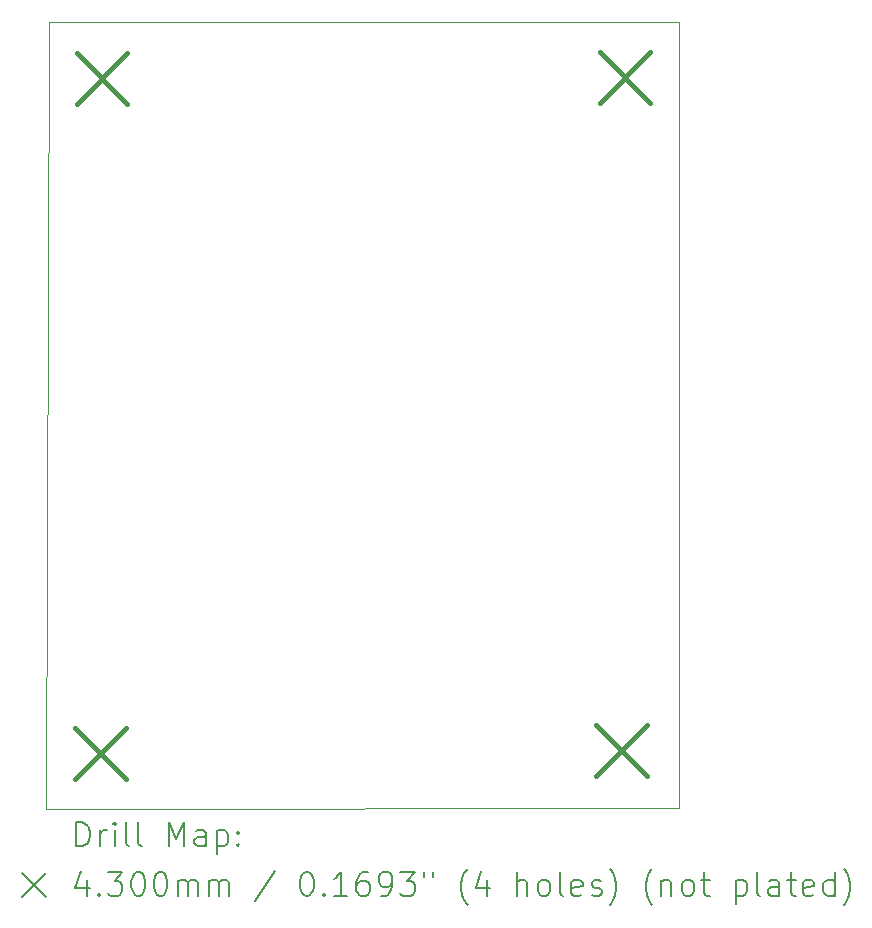
<source format=gbr>
%TF.GenerationSoftware,KiCad,Pcbnew,7.0.10*%
%TF.CreationDate,2024-05-28T16:21:34+05:30*%
%TF.ProjectId,pro1,70726f31-2e6b-4696-9361-645f70636258,rev?*%
%TF.SameCoordinates,Original*%
%TF.FileFunction,Drillmap*%
%TF.FilePolarity,Positive*%
%FSLAX45Y45*%
G04 Gerber Fmt 4.5, Leading zero omitted, Abs format (unit mm)*
G04 Created by KiCad (PCBNEW 7.0.10) date 2024-05-28 16:21:34*
%MOMM*%
%LPD*%
G01*
G04 APERTURE LIST*
%ADD10C,0.100000*%
%ADD11C,0.200000*%
%ADD12C,0.430000*%
G04 APERTURE END LIST*
D10*
X12640000Y-2730000D02*
X12620000Y-9390000D01*
X17980000Y-2730000D02*
X17980000Y-9380000D01*
X17980000Y-9380000D02*
X12620000Y-9390000D01*
X12640000Y-2730000D02*
X17980000Y-2730000D01*
D11*
D12*
X12865000Y-8705000D02*
X13295000Y-9135000D01*
X13295000Y-8705000D02*
X12865000Y-9135000D01*
X12877000Y-2991000D02*
X13307000Y-3421000D01*
X13307000Y-2991000D02*
X12877000Y-3421000D01*
X17275000Y-8685000D02*
X17705000Y-9115000D01*
X17705000Y-8685000D02*
X17275000Y-9115000D01*
X17305000Y-2985000D02*
X17735000Y-3415000D01*
X17735000Y-2985000D02*
X17305000Y-3415000D01*
D11*
X12875777Y-9706484D02*
X12875777Y-9506484D01*
X12875777Y-9506484D02*
X12923396Y-9506484D01*
X12923396Y-9506484D02*
X12951967Y-9516008D01*
X12951967Y-9516008D02*
X12971015Y-9535055D01*
X12971015Y-9535055D02*
X12980539Y-9554103D01*
X12980539Y-9554103D02*
X12990062Y-9592198D01*
X12990062Y-9592198D02*
X12990062Y-9620770D01*
X12990062Y-9620770D02*
X12980539Y-9658865D01*
X12980539Y-9658865D02*
X12971015Y-9677912D01*
X12971015Y-9677912D02*
X12951967Y-9696960D01*
X12951967Y-9696960D02*
X12923396Y-9706484D01*
X12923396Y-9706484D02*
X12875777Y-9706484D01*
X13075777Y-9706484D02*
X13075777Y-9573150D01*
X13075777Y-9611246D02*
X13085301Y-9592198D01*
X13085301Y-9592198D02*
X13094824Y-9582674D01*
X13094824Y-9582674D02*
X13113872Y-9573150D01*
X13113872Y-9573150D02*
X13132920Y-9573150D01*
X13199586Y-9706484D02*
X13199586Y-9573150D01*
X13199586Y-9506484D02*
X13190062Y-9516008D01*
X13190062Y-9516008D02*
X13199586Y-9525531D01*
X13199586Y-9525531D02*
X13209110Y-9516008D01*
X13209110Y-9516008D02*
X13199586Y-9506484D01*
X13199586Y-9506484D02*
X13199586Y-9525531D01*
X13323396Y-9706484D02*
X13304348Y-9696960D01*
X13304348Y-9696960D02*
X13294824Y-9677912D01*
X13294824Y-9677912D02*
X13294824Y-9506484D01*
X13428158Y-9706484D02*
X13409110Y-9696960D01*
X13409110Y-9696960D02*
X13399586Y-9677912D01*
X13399586Y-9677912D02*
X13399586Y-9506484D01*
X13656729Y-9706484D02*
X13656729Y-9506484D01*
X13656729Y-9506484D02*
X13723396Y-9649341D01*
X13723396Y-9649341D02*
X13790062Y-9506484D01*
X13790062Y-9506484D02*
X13790062Y-9706484D01*
X13971015Y-9706484D02*
X13971015Y-9601722D01*
X13971015Y-9601722D02*
X13961491Y-9582674D01*
X13961491Y-9582674D02*
X13942443Y-9573150D01*
X13942443Y-9573150D02*
X13904348Y-9573150D01*
X13904348Y-9573150D02*
X13885301Y-9582674D01*
X13971015Y-9696960D02*
X13951967Y-9706484D01*
X13951967Y-9706484D02*
X13904348Y-9706484D01*
X13904348Y-9706484D02*
X13885301Y-9696960D01*
X13885301Y-9696960D02*
X13875777Y-9677912D01*
X13875777Y-9677912D02*
X13875777Y-9658865D01*
X13875777Y-9658865D02*
X13885301Y-9639817D01*
X13885301Y-9639817D02*
X13904348Y-9630293D01*
X13904348Y-9630293D02*
X13951967Y-9630293D01*
X13951967Y-9630293D02*
X13971015Y-9620770D01*
X14066253Y-9573150D02*
X14066253Y-9773150D01*
X14066253Y-9582674D02*
X14085301Y-9573150D01*
X14085301Y-9573150D02*
X14123396Y-9573150D01*
X14123396Y-9573150D02*
X14142443Y-9582674D01*
X14142443Y-9582674D02*
X14151967Y-9592198D01*
X14151967Y-9592198D02*
X14161491Y-9611246D01*
X14161491Y-9611246D02*
X14161491Y-9668389D01*
X14161491Y-9668389D02*
X14151967Y-9687436D01*
X14151967Y-9687436D02*
X14142443Y-9696960D01*
X14142443Y-9696960D02*
X14123396Y-9706484D01*
X14123396Y-9706484D02*
X14085301Y-9706484D01*
X14085301Y-9706484D02*
X14066253Y-9696960D01*
X14247205Y-9687436D02*
X14256729Y-9696960D01*
X14256729Y-9696960D02*
X14247205Y-9706484D01*
X14247205Y-9706484D02*
X14237682Y-9696960D01*
X14237682Y-9696960D02*
X14247205Y-9687436D01*
X14247205Y-9687436D02*
X14247205Y-9706484D01*
X14247205Y-9582674D02*
X14256729Y-9592198D01*
X14256729Y-9592198D02*
X14247205Y-9601722D01*
X14247205Y-9601722D02*
X14237682Y-9592198D01*
X14237682Y-9592198D02*
X14247205Y-9582674D01*
X14247205Y-9582674D02*
X14247205Y-9601722D01*
X12415000Y-9935000D02*
X12615000Y-10135000D01*
X12615000Y-9935000D02*
X12415000Y-10135000D01*
X12961491Y-9993150D02*
X12961491Y-10126484D01*
X12913872Y-9916960D02*
X12866253Y-10059817D01*
X12866253Y-10059817D02*
X12990062Y-10059817D01*
X13066253Y-10107436D02*
X13075777Y-10116960D01*
X13075777Y-10116960D02*
X13066253Y-10126484D01*
X13066253Y-10126484D02*
X13056729Y-10116960D01*
X13056729Y-10116960D02*
X13066253Y-10107436D01*
X13066253Y-10107436D02*
X13066253Y-10126484D01*
X13142443Y-9926484D02*
X13266253Y-9926484D01*
X13266253Y-9926484D02*
X13199586Y-10002674D01*
X13199586Y-10002674D02*
X13228158Y-10002674D01*
X13228158Y-10002674D02*
X13247205Y-10012198D01*
X13247205Y-10012198D02*
X13256729Y-10021722D01*
X13256729Y-10021722D02*
X13266253Y-10040770D01*
X13266253Y-10040770D02*
X13266253Y-10088389D01*
X13266253Y-10088389D02*
X13256729Y-10107436D01*
X13256729Y-10107436D02*
X13247205Y-10116960D01*
X13247205Y-10116960D02*
X13228158Y-10126484D01*
X13228158Y-10126484D02*
X13171015Y-10126484D01*
X13171015Y-10126484D02*
X13151967Y-10116960D01*
X13151967Y-10116960D02*
X13142443Y-10107436D01*
X13390062Y-9926484D02*
X13409110Y-9926484D01*
X13409110Y-9926484D02*
X13428158Y-9936008D01*
X13428158Y-9936008D02*
X13437682Y-9945531D01*
X13437682Y-9945531D02*
X13447205Y-9964579D01*
X13447205Y-9964579D02*
X13456729Y-10002674D01*
X13456729Y-10002674D02*
X13456729Y-10050293D01*
X13456729Y-10050293D02*
X13447205Y-10088389D01*
X13447205Y-10088389D02*
X13437682Y-10107436D01*
X13437682Y-10107436D02*
X13428158Y-10116960D01*
X13428158Y-10116960D02*
X13409110Y-10126484D01*
X13409110Y-10126484D02*
X13390062Y-10126484D01*
X13390062Y-10126484D02*
X13371015Y-10116960D01*
X13371015Y-10116960D02*
X13361491Y-10107436D01*
X13361491Y-10107436D02*
X13351967Y-10088389D01*
X13351967Y-10088389D02*
X13342443Y-10050293D01*
X13342443Y-10050293D02*
X13342443Y-10002674D01*
X13342443Y-10002674D02*
X13351967Y-9964579D01*
X13351967Y-9964579D02*
X13361491Y-9945531D01*
X13361491Y-9945531D02*
X13371015Y-9936008D01*
X13371015Y-9936008D02*
X13390062Y-9926484D01*
X13580539Y-9926484D02*
X13599586Y-9926484D01*
X13599586Y-9926484D02*
X13618634Y-9936008D01*
X13618634Y-9936008D02*
X13628158Y-9945531D01*
X13628158Y-9945531D02*
X13637682Y-9964579D01*
X13637682Y-9964579D02*
X13647205Y-10002674D01*
X13647205Y-10002674D02*
X13647205Y-10050293D01*
X13647205Y-10050293D02*
X13637682Y-10088389D01*
X13637682Y-10088389D02*
X13628158Y-10107436D01*
X13628158Y-10107436D02*
X13618634Y-10116960D01*
X13618634Y-10116960D02*
X13599586Y-10126484D01*
X13599586Y-10126484D02*
X13580539Y-10126484D01*
X13580539Y-10126484D02*
X13561491Y-10116960D01*
X13561491Y-10116960D02*
X13551967Y-10107436D01*
X13551967Y-10107436D02*
X13542443Y-10088389D01*
X13542443Y-10088389D02*
X13532920Y-10050293D01*
X13532920Y-10050293D02*
X13532920Y-10002674D01*
X13532920Y-10002674D02*
X13542443Y-9964579D01*
X13542443Y-9964579D02*
X13551967Y-9945531D01*
X13551967Y-9945531D02*
X13561491Y-9936008D01*
X13561491Y-9936008D02*
X13580539Y-9926484D01*
X13732920Y-10126484D02*
X13732920Y-9993150D01*
X13732920Y-10012198D02*
X13742443Y-10002674D01*
X13742443Y-10002674D02*
X13761491Y-9993150D01*
X13761491Y-9993150D02*
X13790063Y-9993150D01*
X13790063Y-9993150D02*
X13809110Y-10002674D01*
X13809110Y-10002674D02*
X13818634Y-10021722D01*
X13818634Y-10021722D02*
X13818634Y-10126484D01*
X13818634Y-10021722D02*
X13828158Y-10002674D01*
X13828158Y-10002674D02*
X13847205Y-9993150D01*
X13847205Y-9993150D02*
X13875777Y-9993150D01*
X13875777Y-9993150D02*
X13894824Y-10002674D01*
X13894824Y-10002674D02*
X13904348Y-10021722D01*
X13904348Y-10021722D02*
X13904348Y-10126484D01*
X13999586Y-10126484D02*
X13999586Y-9993150D01*
X13999586Y-10012198D02*
X14009110Y-10002674D01*
X14009110Y-10002674D02*
X14028158Y-9993150D01*
X14028158Y-9993150D02*
X14056729Y-9993150D01*
X14056729Y-9993150D02*
X14075777Y-10002674D01*
X14075777Y-10002674D02*
X14085301Y-10021722D01*
X14085301Y-10021722D02*
X14085301Y-10126484D01*
X14085301Y-10021722D02*
X14094824Y-10002674D01*
X14094824Y-10002674D02*
X14113872Y-9993150D01*
X14113872Y-9993150D02*
X14142443Y-9993150D01*
X14142443Y-9993150D02*
X14161491Y-10002674D01*
X14161491Y-10002674D02*
X14171015Y-10021722D01*
X14171015Y-10021722D02*
X14171015Y-10126484D01*
X14561491Y-9916960D02*
X14390063Y-10174103D01*
X14818634Y-9926484D02*
X14837682Y-9926484D01*
X14837682Y-9926484D02*
X14856729Y-9936008D01*
X14856729Y-9936008D02*
X14866253Y-9945531D01*
X14866253Y-9945531D02*
X14875777Y-9964579D01*
X14875777Y-9964579D02*
X14885301Y-10002674D01*
X14885301Y-10002674D02*
X14885301Y-10050293D01*
X14885301Y-10050293D02*
X14875777Y-10088389D01*
X14875777Y-10088389D02*
X14866253Y-10107436D01*
X14866253Y-10107436D02*
X14856729Y-10116960D01*
X14856729Y-10116960D02*
X14837682Y-10126484D01*
X14837682Y-10126484D02*
X14818634Y-10126484D01*
X14818634Y-10126484D02*
X14799586Y-10116960D01*
X14799586Y-10116960D02*
X14790063Y-10107436D01*
X14790063Y-10107436D02*
X14780539Y-10088389D01*
X14780539Y-10088389D02*
X14771015Y-10050293D01*
X14771015Y-10050293D02*
X14771015Y-10002674D01*
X14771015Y-10002674D02*
X14780539Y-9964579D01*
X14780539Y-9964579D02*
X14790063Y-9945531D01*
X14790063Y-9945531D02*
X14799586Y-9936008D01*
X14799586Y-9936008D02*
X14818634Y-9926484D01*
X14971015Y-10107436D02*
X14980539Y-10116960D01*
X14980539Y-10116960D02*
X14971015Y-10126484D01*
X14971015Y-10126484D02*
X14961491Y-10116960D01*
X14961491Y-10116960D02*
X14971015Y-10107436D01*
X14971015Y-10107436D02*
X14971015Y-10126484D01*
X15171015Y-10126484D02*
X15056729Y-10126484D01*
X15113872Y-10126484D02*
X15113872Y-9926484D01*
X15113872Y-9926484D02*
X15094825Y-9955055D01*
X15094825Y-9955055D02*
X15075777Y-9974103D01*
X15075777Y-9974103D02*
X15056729Y-9983627D01*
X15342444Y-9926484D02*
X15304348Y-9926484D01*
X15304348Y-9926484D02*
X15285301Y-9936008D01*
X15285301Y-9936008D02*
X15275777Y-9945531D01*
X15275777Y-9945531D02*
X15256729Y-9974103D01*
X15256729Y-9974103D02*
X15247206Y-10012198D01*
X15247206Y-10012198D02*
X15247206Y-10088389D01*
X15247206Y-10088389D02*
X15256729Y-10107436D01*
X15256729Y-10107436D02*
X15266253Y-10116960D01*
X15266253Y-10116960D02*
X15285301Y-10126484D01*
X15285301Y-10126484D02*
X15323396Y-10126484D01*
X15323396Y-10126484D02*
X15342444Y-10116960D01*
X15342444Y-10116960D02*
X15351967Y-10107436D01*
X15351967Y-10107436D02*
X15361491Y-10088389D01*
X15361491Y-10088389D02*
X15361491Y-10040770D01*
X15361491Y-10040770D02*
X15351967Y-10021722D01*
X15351967Y-10021722D02*
X15342444Y-10012198D01*
X15342444Y-10012198D02*
X15323396Y-10002674D01*
X15323396Y-10002674D02*
X15285301Y-10002674D01*
X15285301Y-10002674D02*
X15266253Y-10012198D01*
X15266253Y-10012198D02*
X15256729Y-10021722D01*
X15256729Y-10021722D02*
X15247206Y-10040770D01*
X15456729Y-10126484D02*
X15494825Y-10126484D01*
X15494825Y-10126484D02*
X15513872Y-10116960D01*
X15513872Y-10116960D02*
X15523396Y-10107436D01*
X15523396Y-10107436D02*
X15542444Y-10078865D01*
X15542444Y-10078865D02*
X15551967Y-10040770D01*
X15551967Y-10040770D02*
X15551967Y-9964579D01*
X15551967Y-9964579D02*
X15542444Y-9945531D01*
X15542444Y-9945531D02*
X15532920Y-9936008D01*
X15532920Y-9936008D02*
X15513872Y-9926484D01*
X15513872Y-9926484D02*
X15475777Y-9926484D01*
X15475777Y-9926484D02*
X15456729Y-9936008D01*
X15456729Y-9936008D02*
X15447206Y-9945531D01*
X15447206Y-9945531D02*
X15437682Y-9964579D01*
X15437682Y-9964579D02*
X15437682Y-10012198D01*
X15437682Y-10012198D02*
X15447206Y-10031246D01*
X15447206Y-10031246D02*
X15456729Y-10040770D01*
X15456729Y-10040770D02*
X15475777Y-10050293D01*
X15475777Y-10050293D02*
X15513872Y-10050293D01*
X15513872Y-10050293D02*
X15532920Y-10040770D01*
X15532920Y-10040770D02*
X15542444Y-10031246D01*
X15542444Y-10031246D02*
X15551967Y-10012198D01*
X15618634Y-9926484D02*
X15742444Y-9926484D01*
X15742444Y-9926484D02*
X15675777Y-10002674D01*
X15675777Y-10002674D02*
X15704348Y-10002674D01*
X15704348Y-10002674D02*
X15723396Y-10012198D01*
X15723396Y-10012198D02*
X15732920Y-10021722D01*
X15732920Y-10021722D02*
X15742444Y-10040770D01*
X15742444Y-10040770D02*
X15742444Y-10088389D01*
X15742444Y-10088389D02*
X15732920Y-10107436D01*
X15732920Y-10107436D02*
X15723396Y-10116960D01*
X15723396Y-10116960D02*
X15704348Y-10126484D01*
X15704348Y-10126484D02*
X15647206Y-10126484D01*
X15647206Y-10126484D02*
X15628158Y-10116960D01*
X15628158Y-10116960D02*
X15618634Y-10107436D01*
X15818634Y-9926484D02*
X15818634Y-9964579D01*
X15894825Y-9926484D02*
X15894825Y-9964579D01*
X16190063Y-10202674D02*
X16180539Y-10193150D01*
X16180539Y-10193150D02*
X16161491Y-10164579D01*
X16161491Y-10164579D02*
X16151968Y-10145531D01*
X16151968Y-10145531D02*
X16142444Y-10116960D01*
X16142444Y-10116960D02*
X16132920Y-10069341D01*
X16132920Y-10069341D02*
X16132920Y-10031246D01*
X16132920Y-10031246D02*
X16142444Y-9983627D01*
X16142444Y-9983627D02*
X16151968Y-9955055D01*
X16151968Y-9955055D02*
X16161491Y-9936008D01*
X16161491Y-9936008D02*
X16180539Y-9907436D01*
X16180539Y-9907436D02*
X16190063Y-9897912D01*
X16351968Y-9993150D02*
X16351968Y-10126484D01*
X16304348Y-9916960D02*
X16256729Y-10059817D01*
X16256729Y-10059817D02*
X16380539Y-10059817D01*
X16609110Y-10126484D02*
X16609110Y-9926484D01*
X16694825Y-10126484D02*
X16694825Y-10021722D01*
X16694825Y-10021722D02*
X16685301Y-10002674D01*
X16685301Y-10002674D02*
X16666253Y-9993150D01*
X16666253Y-9993150D02*
X16637682Y-9993150D01*
X16637682Y-9993150D02*
X16618634Y-10002674D01*
X16618634Y-10002674D02*
X16609110Y-10012198D01*
X16818634Y-10126484D02*
X16799587Y-10116960D01*
X16799587Y-10116960D02*
X16790063Y-10107436D01*
X16790063Y-10107436D02*
X16780539Y-10088389D01*
X16780539Y-10088389D02*
X16780539Y-10031246D01*
X16780539Y-10031246D02*
X16790063Y-10012198D01*
X16790063Y-10012198D02*
X16799587Y-10002674D01*
X16799587Y-10002674D02*
X16818634Y-9993150D01*
X16818634Y-9993150D02*
X16847206Y-9993150D01*
X16847206Y-9993150D02*
X16866253Y-10002674D01*
X16866253Y-10002674D02*
X16875777Y-10012198D01*
X16875777Y-10012198D02*
X16885301Y-10031246D01*
X16885301Y-10031246D02*
X16885301Y-10088389D01*
X16885301Y-10088389D02*
X16875777Y-10107436D01*
X16875777Y-10107436D02*
X16866253Y-10116960D01*
X16866253Y-10116960D02*
X16847206Y-10126484D01*
X16847206Y-10126484D02*
X16818634Y-10126484D01*
X16999587Y-10126484D02*
X16980539Y-10116960D01*
X16980539Y-10116960D02*
X16971015Y-10097912D01*
X16971015Y-10097912D02*
X16971015Y-9926484D01*
X17151968Y-10116960D02*
X17132920Y-10126484D01*
X17132920Y-10126484D02*
X17094825Y-10126484D01*
X17094825Y-10126484D02*
X17075777Y-10116960D01*
X17075777Y-10116960D02*
X17066253Y-10097912D01*
X17066253Y-10097912D02*
X17066253Y-10021722D01*
X17066253Y-10021722D02*
X17075777Y-10002674D01*
X17075777Y-10002674D02*
X17094825Y-9993150D01*
X17094825Y-9993150D02*
X17132920Y-9993150D01*
X17132920Y-9993150D02*
X17151968Y-10002674D01*
X17151968Y-10002674D02*
X17161492Y-10021722D01*
X17161492Y-10021722D02*
X17161492Y-10040770D01*
X17161492Y-10040770D02*
X17066253Y-10059817D01*
X17237682Y-10116960D02*
X17256730Y-10126484D01*
X17256730Y-10126484D02*
X17294825Y-10126484D01*
X17294825Y-10126484D02*
X17313873Y-10116960D01*
X17313873Y-10116960D02*
X17323396Y-10097912D01*
X17323396Y-10097912D02*
X17323396Y-10088389D01*
X17323396Y-10088389D02*
X17313873Y-10069341D01*
X17313873Y-10069341D02*
X17294825Y-10059817D01*
X17294825Y-10059817D02*
X17266253Y-10059817D01*
X17266253Y-10059817D02*
X17247206Y-10050293D01*
X17247206Y-10050293D02*
X17237682Y-10031246D01*
X17237682Y-10031246D02*
X17237682Y-10021722D01*
X17237682Y-10021722D02*
X17247206Y-10002674D01*
X17247206Y-10002674D02*
X17266253Y-9993150D01*
X17266253Y-9993150D02*
X17294825Y-9993150D01*
X17294825Y-9993150D02*
X17313873Y-10002674D01*
X17390063Y-10202674D02*
X17399587Y-10193150D01*
X17399587Y-10193150D02*
X17418634Y-10164579D01*
X17418634Y-10164579D02*
X17428158Y-10145531D01*
X17428158Y-10145531D02*
X17437682Y-10116960D01*
X17437682Y-10116960D02*
X17447206Y-10069341D01*
X17447206Y-10069341D02*
X17447206Y-10031246D01*
X17447206Y-10031246D02*
X17437682Y-9983627D01*
X17437682Y-9983627D02*
X17428158Y-9955055D01*
X17428158Y-9955055D02*
X17418634Y-9936008D01*
X17418634Y-9936008D02*
X17399587Y-9907436D01*
X17399587Y-9907436D02*
X17390063Y-9897912D01*
X17751968Y-10202674D02*
X17742444Y-10193150D01*
X17742444Y-10193150D02*
X17723396Y-10164579D01*
X17723396Y-10164579D02*
X17713873Y-10145531D01*
X17713873Y-10145531D02*
X17704349Y-10116960D01*
X17704349Y-10116960D02*
X17694825Y-10069341D01*
X17694825Y-10069341D02*
X17694825Y-10031246D01*
X17694825Y-10031246D02*
X17704349Y-9983627D01*
X17704349Y-9983627D02*
X17713873Y-9955055D01*
X17713873Y-9955055D02*
X17723396Y-9936008D01*
X17723396Y-9936008D02*
X17742444Y-9907436D01*
X17742444Y-9907436D02*
X17751968Y-9897912D01*
X17828158Y-9993150D02*
X17828158Y-10126484D01*
X17828158Y-10012198D02*
X17837682Y-10002674D01*
X17837682Y-10002674D02*
X17856730Y-9993150D01*
X17856730Y-9993150D02*
X17885301Y-9993150D01*
X17885301Y-9993150D02*
X17904349Y-10002674D01*
X17904349Y-10002674D02*
X17913873Y-10021722D01*
X17913873Y-10021722D02*
X17913873Y-10126484D01*
X18037682Y-10126484D02*
X18018634Y-10116960D01*
X18018634Y-10116960D02*
X18009111Y-10107436D01*
X18009111Y-10107436D02*
X17999587Y-10088389D01*
X17999587Y-10088389D02*
X17999587Y-10031246D01*
X17999587Y-10031246D02*
X18009111Y-10012198D01*
X18009111Y-10012198D02*
X18018634Y-10002674D01*
X18018634Y-10002674D02*
X18037682Y-9993150D01*
X18037682Y-9993150D02*
X18066254Y-9993150D01*
X18066254Y-9993150D02*
X18085301Y-10002674D01*
X18085301Y-10002674D02*
X18094825Y-10012198D01*
X18094825Y-10012198D02*
X18104349Y-10031246D01*
X18104349Y-10031246D02*
X18104349Y-10088389D01*
X18104349Y-10088389D02*
X18094825Y-10107436D01*
X18094825Y-10107436D02*
X18085301Y-10116960D01*
X18085301Y-10116960D02*
X18066254Y-10126484D01*
X18066254Y-10126484D02*
X18037682Y-10126484D01*
X18161492Y-9993150D02*
X18237682Y-9993150D01*
X18190063Y-9926484D02*
X18190063Y-10097912D01*
X18190063Y-10097912D02*
X18199587Y-10116960D01*
X18199587Y-10116960D02*
X18218634Y-10126484D01*
X18218634Y-10126484D02*
X18237682Y-10126484D01*
X18456730Y-9993150D02*
X18456730Y-10193150D01*
X18456730Y-10002674D02*
X18475777Y-9993150D01*
X18475777Y-9993150D02*
X18513873Y-9993150D01*
X18513873Y-9993150D02*
X18532920Y-10002674D01*
X18532920Y-10002674D02*
X18542444Y-10012198D01*
X18542444Y-10012198D02*
X18551968Y-10031246D01*
X18551968Y-10031246D02*
X18551968Y-10088389D01*
X18551968Y-10088389D02*
X18542444Y-10107436D01*
X18542444Y-10107436D02*
X18532920Y-10116960D01*
X18532920Y-10116960D02*
X18513873Y-10126484D01*
X18513873Y-10126484D02*
X18475777Y-10126484D01*
X18475777Y-10126484D02*
X18456730Y-10116960D01*
X18666254Y-10126484D02*
X18647206Y-10116960D01*
X18647206Y-10116960D02*
X18637682Y-10097912D01*
X18637682Y-10097912D02*
X18637682Y-9926484D01*
X18828158Y-10126484D02*
X18828158Y-10021722D01*
X18828158Y-10021722D02*
X18818635Y-10002674D01*
X18818635Y-10002674D02*
X18799587Y-9993150D01*
X18799587Y-9993150D02*
X18761492Y-9993150D01*
X18761492Y-9993150D02*
X18742444Y-10002674D01*
X18828158Y-10116960D02*
X18809111Y-10126484D01*
X18809111Y-10126484D02*
X18761492Y-10126484D01*
X18761492Y-10126484D02*
X18742444Y-10116960D01*
X18742444Y-10116960D02*
X18732920Y-10097912D01*
X18732920Y-10097912D02*
X18732920Y-10078865D01*
X18732920Y-10078865D02*
X18742444Y-10059817D01*
X18742444Y-10059817D02*
X18761492Y-10050293D01*
X18761492Y-10050293D02*
X18809111Y-10050293D01*
X18809111Y-10050293D02*
X18828158Y-10040770D01*
X18894825Y-9993150D02*
X18971015Y-9993150D01*
X18923396Y-9926484D02*
X18923396Y-10097912D01*
X18923396Y-10097912D02*
X18932920Y-10116960D01*
X18932920Y-10116960D02*
X18951968Y-10126484D01*
X18951968Y-10126484D02*
X18971015Y-10126484D01*
X19113873Y-10116960D02*
X19094825Y-10126484D01*
X19094825Y-10126484D02*
X19056730Y-10126484D01*
X19056730Y-10126484D02*
X19037682Y-10116960D01*
X19037682Y-10116960D02*
X19028158Y-10097912D01*
X19028158Y-10097912D02*
X19028158Y-10021722D01*
X19028158Y-10021722D02*
X19037682Y-10002674D01*
X19037682Y-10002674D02*
X19056730Y-9993150D01*
X19056730Y-9993150D02*
X19094825Y-9993150D01*
X19094825Y-9993150D02*
X19113873Y-10002674D01*
X19113873Y-10002674D02*
X19123396Y-10021722D01*
X19123396Y-10021722D02*
X19123396Y-10040770D01*
X19123396Y-10040770D02*
X19028158Y-10059817D01*
X19294825Y-10126484D02*
X19294825Y-9926484D01*
X19294825Y-10116960D02*
X19275777Y-10126484D01*
X19275777Y-10126484D02*
X19237682Y-10126484D01*
X19237682Y-10126484D02*
X19218635Y-10116960D01*
X19218635Y-10116960D02*
X19209111Y-10107436D01*
X19209111Y-10107436D02*
X19199587Y-10088389D01*
X19199587Y-10088389D02*
X19199587Y-10031246D01*
X19199587Y-10031246D02*
X19209111Y-10012198D01*
X19209111Y-10012198D02*
X19218635Y-10002674D01*
X19218635Y-10002674D02*
X19237682Y-9993150D01*
X19237682Y-9993150D02*
X19275777Y-9993150D01*
X19275777Y-9993150D02*
X19294825Y-10002674D01*
X19371016Y-10202674D02*
X19380539Y-10193150D01*
X19380539Y-10193150D02*
X19399587Y-10164579D01*
X19399587Y-10164579D02*
X19409111Y-10145531D01*
X19409111Y-10145531D02*
X19418635Y-10116960D01*
X19418635Y-10116960D02*
X19428158Y-10069341D01*
X19428158Y-10069341D02*
X19428158Y-10031246D01*
X19428158Y-10031246D02*
X19418635Y-9983627D01*
X19418635Y-9983627D02*
X19409111Y-9955055D01*
X19409111Y-9955055D02*
X19399587Y-9936008D01*
X19399587Y-9936008D02*
X19380539Y-9907436D01*
X19380539Y-9907436D02*
X19371016Y-9897912D01*
M02*

</source>
